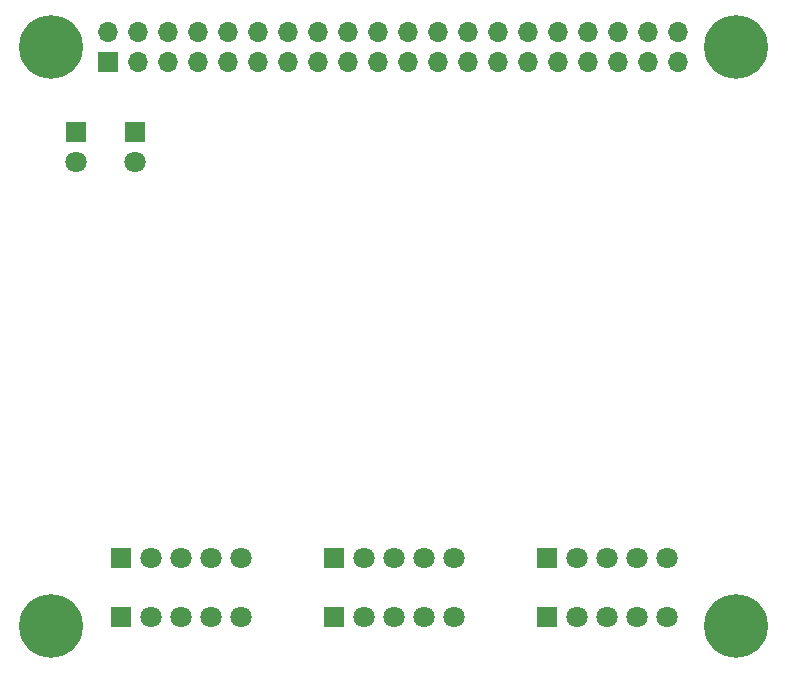
<source format=gbr>
%TF.GenerationSoftware,KiCad,Pcbnew,(5.1.10)-1*%
%TF.CreationDate,2021-12-08T13:53:17+01:00*%
%TF.ProjectId,shield_octo,73686965-6c64-45f6-9f63-746f2e6b6963,1*%
%TF.SameCoordinates,Original*%
%TF.FileFunction,Soldermask,Bot*%
%TF.FilePolarity,Negative*%
%FSLAX46Y46*%
G04 Gerber Fmt 4.6, Leading zero omitted, Abs format (unit mm)*
G04 Created by KiCad (PCBNEW (5.1.10)-1) date 2021-12-08 13:53:17*
%MOMM*%
%LPD*%
G01*
G04 APERTURE LIST*
%ADD10C,1.800000*%
%ADD11R,1.800000X1.800000*%
%ADD12O,1.700000X1.700000*%
%ADD13R,1.700000X1.700000*%
%ADD14C,5.400000*%
G04 APERTURE END LIST*
D10*
%TO.C,X4*%
X119668000Y-77208000D03*
D11*
X124668000Y-74668000D03*
D10*
X124668000Y-77208000D03*
D11*
X119668000Y-74668000D03*
%TD*%
%TO.C,X3*%
X123444000Y-110744000D03*
D10*
X125984000Y-110744000D03*
X128524000Y-110744000D03*
X131064000Y-110744000D03*
X133604000Y-110744000D03*
X133604000Y-115744000D03*
X131064000Y-115744000D03*
X128524000Y-115744000D03*
X125984000Y-115744000D03*
D11*
X123444000Y-115744000D03*
%TD*%
%TO.C,X2*%
X141478000Y-110744000D03*
D10*
X144018000Y-110744000D03*
X146558000Y-110744000D03*
X149098000Y-110744000D03*
X151638000Y-110744000D03*
X151638000Y-115744000D03*
X149098000Y-115744000D03*
X146558000Y-115744000D03*
X144018000Y-115744000D03*
D11*
X141478000Y-115744000D03*
%TD*%
%TO.C,X1*%
X159500000Y-110744000D03*
D10*
X162040000Y-110744000D03*
X164580000Y-110744000D03*
X167120000Y-110744000D03*
X169660000Y-110744000D03*
X169660000Y-115744000D03*
X167120000Y-115744000D03*
X164580000Y-115744000D03*
X162040000Y-115744000D03*
D11*
X159500000Y-115744000D03*
%TD*%
D12*
%TO.C,K1*%
X170660000Y-66230000D03*
X170660000Y-68770000D03*
X168120000Y-66230000D03*
X168120000Y-68770000D03*
X165580000Y-66230000D03*
X165580000Y-68770000D03*
X163040000Y-66230000D03*
X163040000Y-68770000D03*
X160500000Y-66230000D03*
X160500000Y-68770000D03*
X157960000Y-66230000D03*
X157960000Y-68770000D03*
X155420000Y-66230000D03*
X155420000Y-68770000D03*
X152880000Y-66230000D03*
X152880000Y-68770000D03*
X150340000Y-66230000D03*
X150340000Y-68770000D03*
X147800000Y-66230000D03*
X147800000Y-68770000D03*
X145260000Y-66230000D03*
X145260000Y-68770000D03*
X142720000Y-66230000D03*
X142720000Y-68770000D03*
X140180000Y-66230000D03*
X140180000Y-68770000D03*
X137640000Y-66230000D03*
X137640000Y-68770000D03*
X135100000Y-66230000D03*
X135100000Y-68770000D03*
X132560000Y-66230000D03*
X132560000Y-68770000D03*
X130020000Y-66230000D03*
X130020000Y-68770000D03*
X127480000Y-66230000D03*
X127480000Y-68770000D03*
X124940000Y-66230000D03*
X124940000Y-68770000D03*
X122400000Y-66230000D03*
D13*
X122400000Y-68770000D03*
%TD*%
D14*
%TO.C,H4*%
X175500000Y-67500000D03*
%TD*%
%TO.C,H3*%
X117500000Y-116500000D03*
%TD*%
%TO.C,H2*%
X175500000Y-116500000D03*
%TD*%
%TO.C,H1*%
X117500000Y-67500000D03*
%TD*%
M02*

</source>
